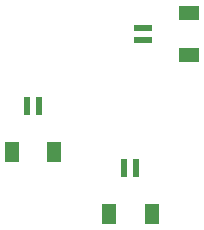
<source format=gbp>
G04 #@! TF.GenerationSoftware,KiCad,Pcbnew,8.0.6*
G04 #@! TF.CreationDate,2025-07-21T23:48:44+02:00*
G04 #@! TF.ProjectId,nRF5340,6e524635-3334-4302-9e6b-696361645f70,rev?*
G04 #@! TF.SameCoordinates,Original*
G04 #@! TF.FileFunction,Paste,Bot*
G04 #@! TF.FilePolarity,Positive*
%FSLAX46Y46*%
G04 Gerber Fmt 4.6, Leading zero omitted, Abs format (unit mm)*
G04 Created by KiCad (PCBNEW 8.0.6) date 2025-07-21 23:48:44*
%MOMM*%
%LPD*%
G01*
G04 APERTURE LIST*
%ADD10R,0.600000X1.550000*%
%ADD11R,1.200000X1.800000*%
%ADD12R,1.550000X0.600000*%
%ADD13R,1.800000X1.200000*%
G04 APERTURE END LIST*
D10*
X154875001Y-130249999D03*
X153875000Y-130250000D03*
D11*
X156175000Y-134125000D03*
X152575000Y-134125000D03*
D10*
X146650001Y-125024998D03*
X145650001Y-125024998D03*
D11*
X147950000Y-128900000D03*
X144350000Y-128900000D03*
D12*
X155425000Y-118374999D03*
X155424999Y-119375001D03*
D13*
X159300000Y-117075000D03*
X159300000Y-120675000D03*
M02*

</source>
